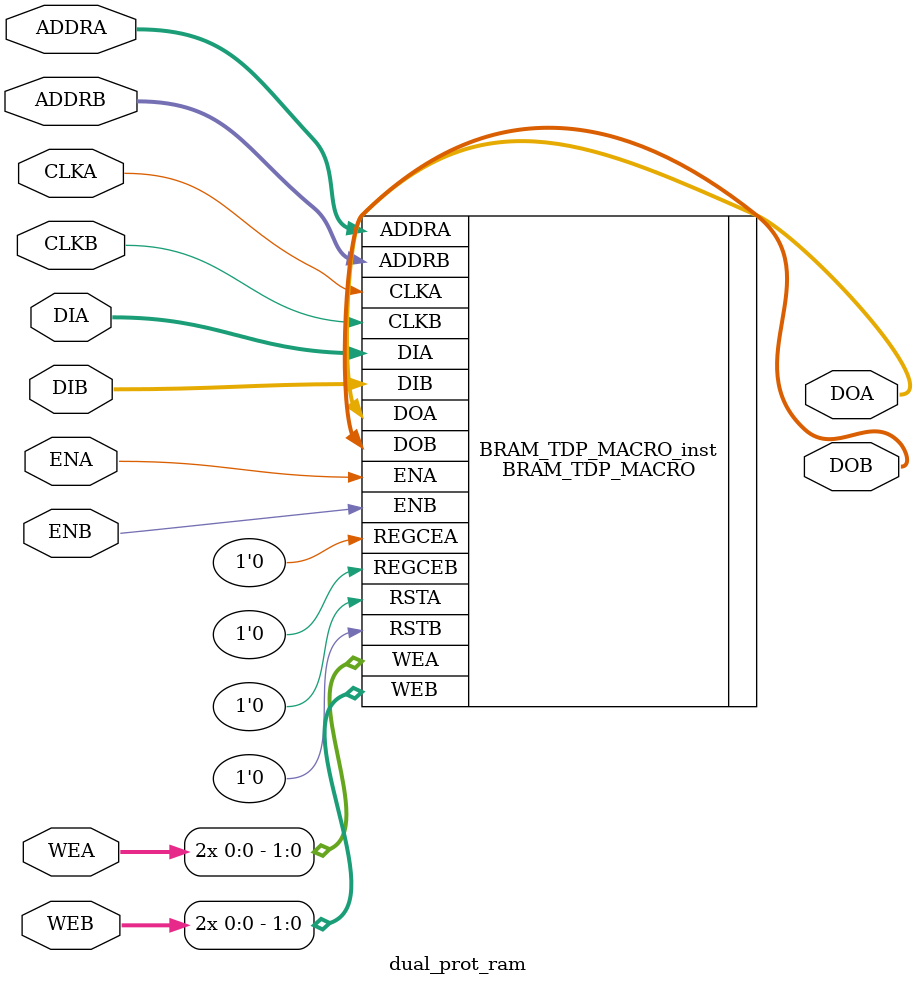
<source format=v>


//  <-----Cut code below this line---->

// BRAM_TDP_MACRO: True Dual Port RAM
//                 Artix-7
// Xilinx HDL Language Template, version 2021.1

//////////////////////////////////////////////////////////////////////////
// DATA_WIDTH_A/B | BRAM_SIZE | RAM Depth | ADDRA/B Width | WEA/B Width //
// ==  ==  ==  ==  ==  ==  ==  = | ==  ==  ==  ==  ==  = | ==  ==  ==  ==  ==  = | ==  ==  ==  ==  ==  ==  ==  = | ==  ==  ==  ==  ==  ==  = //
//     19-36      |  "36Kb"   |    1024   |    10-bit     |    4-bit    //
//     10-18      |  "36Kb"   |    2048   |    11-bit     |    2-bit    //
//     10-18      |  "18Kb"   |    1024   |    10-bit     |    2-bit    //
//      5-9       |  "36Kb"   |    4096   |    12-bit     |    1-bit    //
//      5-9       |  "18Kb"   |    2048   |    11-bit     |    1-bit    //
//      3-4       |  "36Kb"   |    8192   |    13-bit     |    1-bit    //
//      3-4       |  "18Kb"   |    4096   |    12-bit     |    1-bit    //
//        2       |  "36Kb"   |   16384   |    14-bit     |    1-bit    //
//        2       |  "18Kb"   |    8192   |    13-bit     |    1-bit    //
//        1       |  "36Kb"   |   32768   |    15-bit     |    1-bit    //
//        1       |  "18Kb"   |   16384   |    14-bit     |    1-bit    //
//////////////////////////////////////////////////////////////////////////
`timescale 1ns / 1ps
module dual_prot_ram #(parameter DATA_WIDTH = 8,
                        parameter BRAM_WIDTH = 10)
                       (input wire CLKA,                     // Port A clock
                        input wire CLKB,                     // Port B clock
                        input wire ENA,                      // Port A enable
                        input wire ENB,                      // Port B enable
                        input wire WEA,                      // Port A write enable
                        input wire WEB,                      // Port B write enable
                        input wire [BRAM_WIDTH-1:0] ADDRA,    // Port A address
                        input wire [BRAM_WIDTH-1:0] ADDRB,    // Port B address
                        input wire [2*DATA_WIDTH-1:0] DIA,   // Port A input data
                        input wire [2*DATA_WIDTH-1:0] DIB,   // Port B input data
                        output wire [2*DATA_WIDTH-1:0] DOA,  // Port A output data
                        output wire [2*DATA_WIDTH-1:0] DOB); // Port B output data
    BRAM_TDP_MACRO #(
    .BRAM_SIZE("18Kb"), // Target BRAM: "18Kb" or "36Kb"
    .DEVICE("7SERIES"), // Target device: "7SERIES"
    .DOA_REG(0),        // Optional port A output register (0 or 1)
    .DOB_REG(0),        // Optional port B output register (0 or 1)
    .INIT_A(36'h00000000),  // Initial values on port A output port
    .INIT_B(36'h00000000), // Initial values on port B output port
    .INIT_FILE ("NONE"),
    .READ_WIDTH_A (DATA_WIDTH<<1),   // Valid values are 1-36 (19-36 only valid when BRAM_SIZE = "36Kb")
    .READ_WIDTH_B (DATA_WIDTH<<1),   // Valid values are 1-36 (19-36 only valid when BRAM_SIZE = "36Kb")
    .SIM_COLLISION_CHECK ("NONE"), // Collision check enable "ALL", "WARNING_ONLY",
    //   "GENERATE_X_ONLY" or "NONE"
    .SRVAL_A(36'h00000000), // Set/Reset value for port A output
    .SRVAL_B(36'h00000000), // Set/Reset value for port B output
    .WRITE_MODE_A("WRITE_FIRST"), // "WRITE_FIRST", "READ_FIRST", or "NO_CHANGE"
    .WRITE_MODE_B("WRITE_FIRST"), // "WRITE_FIRST", "READ_FIRST", or "NO_CHANGE"
    .WRITE_WIDTH_A(DATA_WIDTH<<1), // Valid values are 1-36 (19-36 only valid when BRAM_SIZE = "36Kb")
    .WRITE_WIDTH_B(DATA_WIDTH<<1), // Valid values are 1-36 (19-36 only valid when BRAM_SIZE = "36Kb")
    .INIT_00(256'h1111111111111111111111111111111111111111111111111111111111111111),
    .INIT_01(256'h1111111111111111111111111111111111111111111111111111111111111111),
    .INIT_02(256'h1111111111111111111111111111111111111111111111111111111111111111),
    .INIT_03(256'h1111111111111111111111111111111111111111111111111111111111111111),
    .INIT_04(256'h1111111111111111111111111111111111111111111111111111111111111111),
    .INIT_05(256'h1111111111111111111111111111111111111111111111111111111111111111),
    .INIT_06(256'h1111111111111111111111111111111111111111111111111111111111111111),
    .INIT_07(256'h1111111111111111111111111111111111111111111111111111111111111111),
    .INIT_08(256'h1111111111111111111111111111111111111111111111111111111111111111),
    .INIT_09(256'h1111111111111111111111111111111111111111111111111111111111111111),
    .INIT_0A(256'h1111111111111111111111111111111111111111111111111111111111111111),
    .INIT_0B(256'h1111111111111111111111111111111111111111111111111111111111111111),
    .INIT_0C(256'h1111111111111111111111111111111111111111111111111111111111111111),
    .INIT_0D(256'h1111111111111111111111111111111111111111111111111111111111111111),
    .INIT_0E(256'h1111111111111111111111111111111111111111111111111111111111111111),
    .INIT_0F(256'h1111111111111111111111111111111111111111111111111111111111111111),
    .INIT_10(256'h1111111111111111111111111111111111111111111111111111111111111111),
    .INIT_11(256'h1111111111111111111111111111111111111111111111111111111111111111),
    .INIT_12(256'h1111111111111111111111111111111111111111111111111111111111111111),
    .INIT_13(256'h1111111111111111111111111111111111111111111111111111111111111111),
    .INIT_14(256'h1111111111111111111111111111111111111111111111111111111111111111),
    .INIT_15(256'h1111111111111111111111111111111111111111111111111111111111111111),
    .INIT_16(256'h1111111111111111111111111111111111111111111111111111111111111111),
    .INIT_17(256'h1111111111111111111111111111111111111111111111111111111111111111),
    .INIT_18(256'h1111111111111111111111111111111111111111111111111111111111111111),
    .INIT_19(256'h1111111111111111111111111111111111111111111111111111111111111111),
    .INIT_1A(256'h1111111111111111111111111111111111111111111111111111111111111111),
    .INIT_1B(256'h1111111111111111111111111111111111111111111111111111111111111111),
    .INIT_1C(256'h1111111111111111111111111111111111111111111111111111111111111111),
    .INIT_1D(256'h1111111111111111111111111111111111111111111111111111111111111111),
    .INIT_1E(256'h1111111111111111111111111111111111111111111111111111111111111111),
    .INIT_1F(256'h1111111111111111111111111111111111111111111111111111111111111111),
    .INIT_20(256'h1111111111111111111111111111111111111111111111111111111111111111),
    .INIT_21(256'h1111111111111111111111111111111111111111111111111111111111111111),
    .INIT_22(256'h1111111111111111111111111111111111111111111111111111111111111111),
    .INIT_23(256'h1111111111111111111111111111111111111111111111111111111111111111),
    .INIT_24(256'h1111111111111111111111111111111111111111111111111111111111111111),
    .INIT_25(256'h1111111111111111111111111111111111111111111111111111111111111111),
    .INIT_26(256'h1111111111111111111111111111111111111111111111111111111111111111),
    .INIT_27(256'h1111111111111111111111111111111111111111111111111111111111111111),
    .INIT_28(256'h1111111111111111111111111111111111111111111111111111111111111111),
    .INIT_29(256'h1111111111111111111111111111111111111111111111111111111111111111),
    .INIT_2A(256'h1111111111111111111111111111111111111111111111111111111111111111),
    .INIT_2B(256'h1111111111111111111111111111111111111111111111111111111111111111),
    .INIT_2C(256'h1111111111111111111111111111111111111111111111111111111111111111),
    .INIT_2D(256'h1111111111111111111111111111111111111111111111111111111111111111),
    .INIT_2E(256'h1111111111111111111111111111111111111111111111111111111111111111),
    .INIT_2F(256'h1111111111111111111111111111111111111111111111111111111111111111),
    .INIT_30(256'h1111111111111111111111111111111111111111111111111111111111111111),
    .INIT_31(256'h1111111111111111111111111111111111111111111111111111111111111111),
    .INIT_32(256'h1111111111111111111111111111111111111111111111111111111111111111),
    .INIT_33(256'h1111111111111111111111111111111111111111111111111111111111111111),
    .INIT_34(256'h1111111111111111111111111111111111111111111111111111111111111111),
    .INIT_35(256'h1111111111111111111111111111111111111111111111111111111111111111),
    .INIT_36(256'h1111111111111111111111111111111111111111111111111111111111111111),
    .INIT_37(256'h1111111111111111111111111111111111111111111111111111111111111111),
    .INIT_38(256'h1111111111111111111111111111111111111111111111111111111111111111),
    .INIT_39(256'h1111111111111111111111111111111111111111111111111111111111111111),
    .INIT_3A(256'h1111111111111111111111111111111111111111111111111111111111111111),
    .INIT_3B(256'h1111111111111111111111111111111111111111111111111111111111111111),
    .INIT_3C(256'h1111111111111111111111111111111111111111111111111111111111111111),
    .INIT_3D(256'h1111111111111111111111111111111111111111111111111111111111111111),
    .INIT_3E(256'h1111111111111111111111111111111111111111111111111111111111111111),
    .INIT_3F(256'h1111111111111111111111111111111111111111111111111111111111111111)
    
    // The next set of INIT_xx are valid when configured as 36Kb
     /*.INIT_40(256'h0000000000000000000000000000000000000000000000000000000000000000),
     .INIT_41(256'h0000000000000000000000000000000000000000000000000000000000000000),
     .INIT_42(256'h0000000000000000000000000000000000000000000000000000000000000000),
     .INIT_43(256'h0000000000000000000000000000000000000000000000000000000000000000),
     .INIT_44(256'h0000000000000000000000000000000000000000000000000000000000000000),
     .INIT_45(256'h0000000000000000000000000000000000000000000000000000000000000000),
     .INIT_46(256'h0000000000000000000000000000000000000000000000000000000000000000),
     .INIT_47(256'h0000000000000000000000000000000000000000000000000000000000000000),
     .INIT_48(256'h0000000000000000000000000000000000000000000000000000000000000000),
     .INIT_49(256'h0000000000000000000000000000000000000000000000000000000000000000),
     .INIT_4A(256'h0000000000000000000000000000000000000000000000000000000000000000),
     .INIT_4B(256'h0000000000000000000000000000000000000000000000000000000000000000),
     .INIT_4C(256'h0000000000000000000000000000000000000000000000000000000000000000),
     .INIT_4D(256'h0000000000000000000000000000000000000000000000000000000000000000),
     .INIT_4E(256'h0000000000000000000000000000000000000000000000000000000000000000),
     .INIT_4F(256'h0000000000000000000000000000000000000000000000000000000000000000),
     .INIT_50(256'h0000000000000000000000000000000000000000000000000000000000000000),
     .INIT_51(256'h0000000000000000000000000000000000000000000000000000000000000000),
     .INIT_52(256'h0000000000000000000000000000000000000000000000000000000000000000),
     .INIT_53(256'h0000000000000000000000000000000000000000000000000000000000000000),
     .INIT_54(256'h0000000000000000000000000000000000000000000000000000000000000000),
     .INIT_55(256'h0000000000000000000000000000000000000000000000000000000000000000),
     .INIT_56(256'h0000000000000000000000000000000000000000000000000000000000000000),
     .INIT_57(256'h0000000000000000000000000000000000000000000000000000000000000000),
     .INIT_58(256'h0000000000000000000000000000000000000000000000000000000000000000),
     .INIT_59(256'h0000000000000000000000000000000000000000000000000000000000000000),
     .INIT_5A(256'h0000000000000000000000000000000000000000000000000000000000000000),
     .INIT_5B(256'h0000000000000000000000000000000000000000000000000000000000000000),
     .INIT_5C(256'h0000000000000000000000000000000000000000000000000000000000000000),
     .INIT_5D(256'h0000000000000000000000000000000000000000000000000000000000000000),
     .INIT_5E(256'h0000000000000000000000000000000000000000000000000000000000000000),
     .INIT_5F(256'h0000000000000000000000000000000000000000000000000000000000000000),
     .INIT_60(256'h0000000000000000000000000000000000000000000000000000000000000000),
     .INIT_61(256'h0000000000000000000000000000000000000000000000000000000000000000),
     .INIT_62(256'h0000000000000000000000000000000000000000000000000000000000000000),
     .INIT_63(256'h0000000000000000000000000000000000000000000000000000000000000000),
     .INIT_64(256'h0000000000000000000000000000000000000000000000000000000000000000),
     .INIT_65(256'h0000000000000000000000000000000000000000000000000000000000000000),
     .INIT_66(256'h0000000000000000000000000000000000000000000000000000000000000000),
     .INIT_67(256'h0000000000000000000000000000000000000000000000000000000000000000),
     .INIT_68(256'h0000000000000000000000000000000000000000000000000000000000000000),
     .INIT_69(256'h0000000000000000000000000000000000000000000000000000000000000000),
     .INIT_6A(256'h0000000000000000000000000000000000000000000000000000000000000000),
     .INIT_6B(256'h0000000000000000000000000000000000000000000000000000000000000000),
     .INIT_6C(256'h0000000000000000000000000000000000000000000000000000000000000000),
     .INIT_6D(256'h0000000000000000000000000000000000000000000000000000000000000000),
     .INIT_6E(256'h0000000000000000000000000000000000000000000000000000000000000000),
     .INIT_6F(256'h0000000000000000000000000000000000000000000000000000000000000000),
     .INIT_70(256'h0000000000000000000000000000000000000000000000000000000000000000),
     .INIT_71(256'h0000000000000000000000000000000000000000000000000000000000000000),
     .INIT_72(256'h0000000000000000000000000000000000000000000000000000000000000000),
     .INIT_73(256'h0000000000000000000000000000000000000000000000000000000000000000),
     .INIT_74(256'h0000000000000000000000000000000000000000000000000000000000000000),
     .INIT_75(256'h0000000000000000000000000000000000000000000000000000000000000000),
     .INIT_76(256'h0000000000000000000000000000000000000000000000000000000000000000),
     .INIT_77(256'h0000000000000000000000000000000000000000000000000000000000000000),
     .INIT_78(256'h0000000000000000000000000000000000000000000000000000000000000000),
     .INIT_79(256'h0000000000000000000000000000000000000000000000000000000000000000),
     .INIT_7A(256'h0000000000000000000000000000000000000000000000000000000000000000),
     .INIT_7B(256'h0000000000000000000000000000000000000000000000000000000000000000),
     .INIT_7C(256'h0000000000000000000000000000000000000000000000000000000000000000),
     .INIT_7D(256'h0000000000000000000000000000000000000000000000000000000000000000),
     .INIT_7E(256'h0000000000000000000000000000000000000000000000000000000000000000),
     .INIT_7F(256'h0000000000000000000000000000000000000000000000000000000000000000),
     
     // The next set of INITP_xx are for the parity bits
     .INITP_00(256'h0000000000000000000000000000000000000000000000000000000000000000),
     .INITP_01(256'h0000000000000000000000000000000000000000000000000000000000000000),
     .INITP_02(256'h0000000000000000000000000000000000000000000000000000000000000000),
     .INITP_03(256'h0000000000000000000000000000000000000000000000000000000000000000),
     .INITP_04(256'h0000000000000000000000000000000000000000000000000000000000000000),
     .INITP_05(256'h0000000000000000000000000000000000000000000000000000000000000000),
     .INITP_06(256'h0000000000000000000000000000000000000000000000000000000000000000),
     .INITP_07(256'h0000000000000000000000000000000000000000000000000000000000000000),
     
     // The next set of INITP_xx are valid when configured as 36Kb
     .INITP_08(256'h0000000000000000000000000000000000000000000000000000000000000000),
     .INITP_09(256'h0000000000000000000000000000000000000000000000000000000000000000),
     .INITP_0A(256'h0000000000000000000000000000000000000000000000000000000000000000),
     .INITP_0B(256'h0000000000000000000000000000000000000000000000000000000000000000),
     .INITP_0C(256'h0000000000000000000000000000000000000000000000000000000000000000),
     .INITP_0D(256'h0000000000000000000000000000000000000000000000000000000000000000),
     .INITP_0E(256'h0000000000000000000000000000000000000000000000000000000000000000),
     .INITP_0F(256'h0000000000000000000000000000000000000000000000000000000000000000)*/
    ) BRAM_TDP_MACRO_inst (
    .DOA(DOA),       // Output port-A data, width defined by READ_WIDTH_A parameter
    .DOB(DOB),       // Output port-B data, width defined by READ_WIDTH_B parameter
    .ADDRA(ADDRA),   // Input port-A address, width defined by Port A depth
    .ADDRB(ADDRB),   // Input port-B address, width defined by Port B depth
    .CLKA(CLKA),     // 1-bit input port-A clock
    .CLKB(CLKB),     // 1-bit input port-B clock
    .DIA(DIA),       // Input port-A data, width defined by WRITE_WIDTH_A parameter
    .DIB(DIB),       // Input port-B data, width defined by WRITE_WIDTH_B parameter
    .ENA(ENA),       // 1-bit input port-A enable
    .ENB(ENB),       // 1-bit input port-B enable
    .REGCEA(1'b0),      // 1-bit input port-A output register enable
    .REGCEB(1'b0),      // 1-bit input port-B output register enable
    .RSTA(1'b0),        // 1-bit input port-A reset
    .RSTB(1'b0),        // 1-bit input port-B reset
    .WEA({2{WEA}}),       // Input port-A write enable, width defined by Port A depth
    .WEB({2{WEB}})        // Input port-B write enable, width defined by Port B depth
    );
    
    // End of BRAM_TDP_MACRO_inst instantiation
endmodule

</source>
